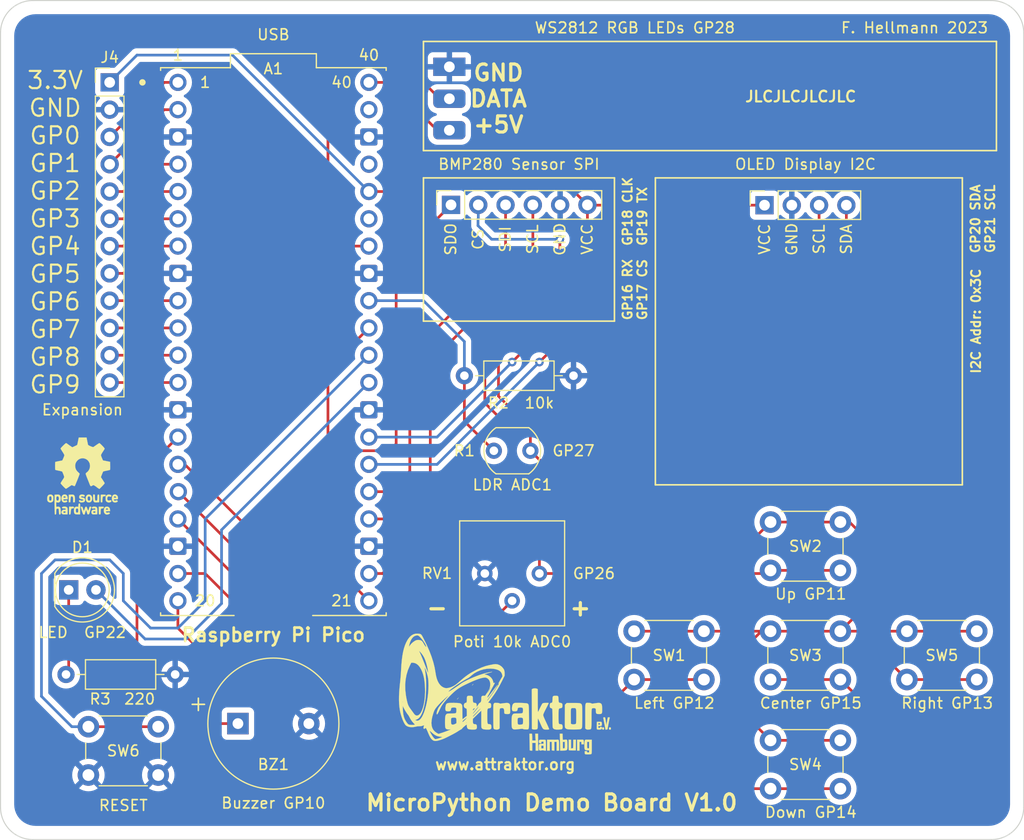
<source format=kicad_pcb>
(kicad_pcb (version 20221018) (generator pcbnew)
  (layers (0 "F.Cu" signal) (31 "B.Cu" signal) (34 "B.Paste" user) (35 "F.Paste" user) (36 "B.SilkS" user "B.Silkscreen") (37 "F.SilkS" user "F.Silkscreen") (38 "B.Mask" user) (39 "F.Mask" user) (44 "Edge.Cuts" user))
  (net 0 "")
  (net 1 "Net-(A1-GP0)")
  (net 2 "Net-(A1-GP1)")
  (net 3 "GND")
  (net 4 "Net-(A1-GP2)")
  (net 5 "Net-(A1-GP3)")
  (net 6 "Net-(A1-GP4)")
  (net 7 "Net-(A1-GP5)")
  (net 8 "Net-(A1-GP6)")
  (net 9 "Net-(A1-GP7)")
  (net 10 "Net-(A1-GP8)")
  (net 11 "Net-(A1-GP9)")
  (net 12 "Net-(A1-GP10)")
  (net 13 "/Up")
  (net 14 "/Left")
  (net 15 "/Right")
  (net 16 "/Down")
  (net 17 "/Center")
  (net 18 "/SPI RX")
  (net 19 "/SPI CLK")
  (net 20 "/SPI TX")
  (net 21 "/I2C SDA")
  (net 22 "/SPI CS")
  (net 23 "/I2C SCL")
  (net 24 "Net-(A1-GP22)")
  (net 25 "Net-(A1-RUN)")
  (net 26 "Net-(A1-GP26)")
  (net 27 "Net-(A1-GP27)")
  (net 28 "Net-(A1-GP28)")
  (net 29 "+3V3")
  (net 30 "+5V")
  (net 34 "Net-(D1-K)")
  (footprint "Logos:attraktor" (layer "F.Cu") (at 121.92 139.7)
    (fp_text reference "G***" hide)
    (fp_text value "LOGO" hide)
  )
  (footprint "Button_Switch_THT:SW_PUSH_6mm_H7.3mm" (layer "F.Cu") (at 146.61 133.64)
    (fp_text reference "SW3")
    (fp_text value "Center GP15" (at 3.75 6.7) (layer "F.SilkS"))
    (fp_text user "${REFERENCE}" (at 3.25 2.25) (layer "F.SilkS"))
    (pad "1" thru_hole circle (at 0 0 90) (size 2 2) (drill 1.1) (layers "*.Cu" "*.Mask") (net 29 "+3V3"))
    (pad "1" thru_hole circle (at 6.5 0 90) (size 2 2) (drill 1.1) (layers "*.Cu" "*.Mask") (net 29 "+3V3"))
    (pad "2" thru_hole circle (at 0 4.5 90) (size 2 2) (drill 1.1) (layers "*.Cu" "*.Mask") (net 17 "/Center"))
    (pad "2" thru_hole circle (at 6.5 4.5 90) (size 2 2) (drill 1.1) (layers "*.Cu" "*.Mask") (net 17 "/Center"))
  )
  (footprint "Connector_PinSocket_2.54mm:PinSocket_1x04_P2.54mm_Vertical" (layer "F.Cu") (at 146.05 93.98 90)
    (fp_text reference "J3")
    (fp_text value "OLED Display I2C" (at 3.81 3.81 180) (layer "F.SilkS"))
    (pad "1" thru_hole rect (at 0 0 90) (size 1.7 1.7) (drill 1) (layers "*.Cu" "*.Mask") (net 29 "+3V3"))
    (pad "2" thru_hole oval (at 0 2.54 90) (size 1.7 1.7) (drill 1) (layers "*.Cu" "*.Mask") (net 3 "GND"))
    (pad "3" thru_hole oval (at 0 5.08 90) (size 1.7 1.7) (drill 1) (layers "*.Cu" "*.Mask") (net 23 "/I2C SCL"))
    (pad "4" thru_hole oval (at 0 7.62 90) (size 1.7 1.7) (drill 1) (layers "*.Cu" "*.Mask") (net 21 "/I2C SDA"))
  )
  (footprint "Button_Switch_THT:SW_PUSH_6mm_H7.3mm" (layer "F.Cu") (at 89.61 147.03 180)
    (fp_text reference "SW6")
    (fp_text value "RESET" (at 3.25 -2.83 180) (layer "F.SilkS"))
    (fp_text user "${REFERENCE}" (at 3.25 2.25) (layer "F.SilkS"))
    (pad "1" thru_hole circle (at 0 0 270) (size 2 2) (drill 1.1) (layers "*.Cu" "*.Mask") (net 3 "GND"))
    (pad "1" thru_hole circle (at 6.5 0 270) (size 2 2) (drill 1.1) (layers "*.Cu" "*.Mask") (net 3 "GND"))
    (pad "2" thru_hole circle (at 0 4.5 270) (size 2 2) (drill 1.1) (layers "*.Cu" "*.Mask") (net 25 "Net-(A1-RUN)"))
    (pad "2" thru_hole circle (at 6.5 4.5 270) (size 2 2) (drill 1.1) (layers "*.Cu" "*.Mask") (net 25 "Net-(A1-RUN)"))
  )
  (footprint "Button_Switch_THT:SW_PUSH_6mm_H7.3mm" (layer "F.Cu") (at 133.91 133.64)
    (fp_text reference "SW1")
    (fp_text value "Left GP12" (at 3.75 6.7) (layer "F.SilkS"))
    (fp_text user "${REFERENCE}" (at 3.25 2.25) (layer "F.SilkS"))
    (pad "1" thru_hole circle (at 0 0 90) (size 2 2) (drill 1.1) (layers "*.Cu" "*.Mask") (net 29 "+3V3"))
    (pad "1" thru_hole circle (at 6.5 0 90) (size 2 2) (drill 1.1) (layers "*.Cu" "*.Mask") (net 29 "+3V3"))
    (pad "2" thru_hole circle (at 0 4.5 90) (size 2 2) (drill 1.1) (layers "*.Cu" "*.Mask") (net 14 "/Left"))
    (pad "2" thru_hole circle (at 6.5 4.5 90) (size 2 2) (drill 1.1) (layers "*.Cu" "*.Mask") (net 14 "/Left"))
  )
  (footprint "Potentiometer_THT:Potentiometer_Bourns_3386P_Vertical" (layer "F.Cu") (at 120.015 128.27 -90)
    (fp_text reference "RV1" (at -0.015 4.445) (layer "F.SilkS"))
    (fp_text value "Poti 10k ADC0" (at 6.35 -2.54) (layer "F.SilkS"))
    (pad "1" thru_hole circle (at 0 0 270) (size 1.44 1.44) (drill 0.8) (layers "*.Cu" "*.Mask") (net 3 "GND"))
    (pad "2" thru_hole circle (at 2.54 -2.54 270) (size 1.44 1.44) (drill 0.8) (layers "*.Cu" "*.Mask") (net 26 "Net-(A1-GP26)"))
    (pad "3" thru_hole circle (at 0 -5.08 270) (size 1.44 1.44) (drill 0.8) (layers "*.Cu" "*.Mask") (net 29 "+3V3"))
  )
  (footprint "Resistor_THT:R_Axial_DIN0207_L6.3mm_D2.5mm_P10.16mm_Horizontal" (layer "F.Cu") (at 118.11 109.855)
    (fp_text reference "R2" (at 3.175 2.54) (layer "F.SilkS"))
    (fp_text value "10k" (at 6.985 2.54) (layer "F.SilkS"))
    (pad "1" thru_hole circle (at 0 0) (size 1.6 1.6) (drill 0.8) (layers "*.Cu" "*.Mask") (net 27 "Net-(A1-GP27)"))
    (pad "2" thru_hole oval (at 10.16 0) (size 1.6 1.6) (drill 0.8) (layers "*.Cu" "*.Mask") (net 3 "GND"))
  )
  (footprint "OptoDevice:R_LDR_5.1x4.3mm_P3.4mm_Vertical" (layer "F.Cu") (at 124.255 116.84 180)
    (fp_text reference "R1" (at 6.145 0) (layer "F.SilkS"))
    (fp_text value "LDR ADC1" (at 1.675 -3.175) (layer "F.SilkS"))
    (pad "1" thru_hole circle (at 0 0 180) (size 1.5 1.5) (drill 0.8) (layers "*.Cu" "*.Mask") (net 29 "+3V3"))
    (pad "2" thru_hole circle (at 3.4 0 180) (size 1.5 1.5) (drill 0.8) (layers "*.Cu" "*.Mask") (net 27 "Net-(A1-GP27)"))
  )
  (footprint "Button_Switch_THT:SW_PUSH_6mm_H7.3mm" (layer "F.Cu") (at 159.31 133.64)
    (fp_text reference "SW5")
    (fp_text value "Right GP13" (at 3.75 6.7) (layer "F.SilkS"))
    (fp_text user "${REFERENCE}" (at 3.25 2.25) (layer "F.SilkS"))
    (pad "1" thru_hole circle (at 0 0 90) (size 2 2) (drill 1.1) (layers "*.Cu" "*.Mask") (net 29 "+3V3"))
    (pad "1" thru_hole circle (at 6.5 0 90) (size 2 2) (drill 1.1) (layers "*.Cu" "*.Mask") (net 29 "+3V3"))
    (pad "2" thru_hole circle (at 0 4.5 90) (size 2 2) (drill 1.1) (layers "*.Cu" "*.Mask") (net 15 "/Right"))
    (pad "2" thru_hole circle (at 6.5 4.5 90) (size 2 2) (drill 1.1) (layers "*.Cu" "*.Mask") (net 15 "/Right"))
  )
  (footprint "Buzzer_Beeper:Buzzer_12x9.5RM7.6" (layer "F.Cu") (at 96.53 142.24)
    (fp_text reference "BZ1" (at 3.8 3.81 180) (layer "F.SilkS"))
    (fp_text value "Buzzer GP10" (at 3.8 7.4) (layer "F.SilkS"))
    (fp_text user "+" (at -3.185 -1.905) (layer "F.SilkS") (effects (font (size 1.5 1.5))))
    (pad "1" thru_hole rect (at 0.5 0) (size 2 2) (drill 1) (layers "*.Cu" "*.Mask") (net 12 "Net-(A1-GP10)"))
    (pad "2" thru_hole circle (at 7.1 0) (size 2 2) (drill 1) (layers "*.Cu" "*.Mask") (net 3 "GND"))
  )
  (footprint "LED_THT:LED_D5.0mm" (layer "F.Cu") (at 81.275 129.794)
    (fp_text reference "D1" (at 1.27 -3.96) (layer "F.SilkS"))
    (fp_text value "LED  GP22" (at 1.27 3.96) (layer "F.SilkS"))
    (pad "1" thru_hole rect (at 0 0) (size 1.8 1.8) (drill 0.9) (layers "*.Cu" "*.Mask") (net 34 "Net-(D1-K)"))
    (pad "2" thru_hole circle (at 2.54 0) (size 1.8 1.8) (drill 0.9) (layers "*.Cu" "*.Mask") (net 24 "Net-(A1-GP22)"))
  )
  (footprint "Button_Switch_THT:SW_PUSH_6mm_H7.3mm" (layer "F.Cu") (at 146.61 143.8)
    (fp_text reference "SW4")
    (fp_text value "Down GP14" (at 3.75 6.7) (layer "F.SilkS"))
    (fp_text user "${REFERENCE}" (at 3.25 2.25) (layer "F.SilkS"))
    (pad "1" thru_hole circle (at 0 0 90) (size 2 2) (drill 1.1) (layers "*.Cu" "*.Mask") (net 29 "+3V3"))
    (pad "1" thru_hole circle (at 6.5 0 90) (size 2 2) (drill 1.1) (layers "*.Cu" "*.Mask") (net 29 "+3V3"))
    (pad "2" thru_hole circle (at 0 4.5 90) (size 2 2) (drill 1.1) (layers "*.Cu" "*.Mask") (net 16 "/Down"))
    (pad "2" thru_hole circle (at 6.5 4.5 90) (size 2 2) (drill 1.1) (layers "*.Cu" "*.Mask") (net 16 "/Down"))
  )
  (footprint "Connector_PinSocket_2.54mm:PinSocket_1x06_P2.54mm_Vertical" (layer "F.Cu") (at 116.865 93.955 90)
    (fp_text reference "J2")
    (fp_text value "BMP280 Sensor SPI" (at 3.785 6.325 180) (layer "F.SilkS"))
    (pad "1" thru_hole rect (at 0 0 90) (size 1.7 1.7) (drill 1) (layers "*.Cu" "*.Mask") (net 18 "/SPI RX"))
    (pad "2" thru_hole oval (at 0 2.54 90) (size 1.7 1.7) (drill 1) (layers "*.Cu" "*.Mask") (net 22 "/SPI CS"))
    (pad "3" thru_hole oval (at 0 5.08 90) (size 1.7 1.7) (drill 1) (layers "*.Cu" "*.Mask") (net 20 "/SPI TX"))
    (pad "4" thru_hole oval (at 0 7.62 90) (size 1.7 1.7) (drill 1) (layers "*.Cu" "*.Mask") (net 19 "/SPI CLK"))
    (pad "5" thru_hole oval (at 0 10.16 90) (size 1.7 1.7) (drill 1) (layers "*.Cu" "*.Mask") (net 3 "GND"))
    (pad "6" thru_hole oval (at 0 12.7 90) (size 1.7 1.7) (drill 1) (layers "*.Cu" "*.Mask") (net 29 "+3V3"))
  )
  (footprint "Connector_PinHeader_2.54mm:PinHeader_1x12_P2.54mm_Vertical" (layer "F.Cu") (at 85.09 82.55)
    (fp_text reference "J4" (at 0 -2.33) (layer "F.SilkS"))
    (fp_text value "Expansion" (at -2.54 30.48) (layer "F.SilkS"))
    (pad "1" thru_hole rect (at 0 0) (size 1.7 1.7) (drill 1) (layers "*.Cu" "*.Mask") (net 29 "+3V3"))
    (pad "2" thru_hole oval (at 0 2.54) (size 1.7 1.7) (drill 1) (layers "*.Cu" "*.Mask") (net 3 "GND"))
    (pad "3" thru_hole oval (at 0 5.08) (size 1.7 1.7) (drill 1) (layers "*.Cu" "*.Mask") (net 1 "Net-(A1-GP0)"))
    (pad "4" thru_hole oval (at 0 7.62) (size 1.7 1.7) (drill 1) (layers "*.Cu" "*.Mask") (net 2 "Net-(A1-GP1)"))
    (pad "5" thru_hole oval (at 0 10.16) (size 1.7 1.7) (drill 1) (layers "*.Cu" "*.Mask") (net 4 "Net-(A1-GP2)"))
    (pad "6" thru_hole oval (at 0 12.7) (size 1.7 1.7) (drill 1) (layers "*.Cu" "*.Mask") (net 5 "Net-(A1-GP3)"))
    (pad "7" thru_hole oval (at 0 15.24) (size 1.7 1.7) (drill 1) (layers "*.Cu" "*.Mask") (net 6 "Net-(A1-GP4)"))
    (pad "8" thru_hole oval (at 0 17.78) (size 1.7 1.7) (drill 1) (layers "*.Cu" "*.Mask") (net 7 "Net-(A1-GP5)"))
    (pad "9" thru_hole oval (at 0 20.32) (size 1.7 1.7) (drill 1) (layers "*.Cu" "*.Mask") (net 8 "Net-(A1-GP6)"))
    (pad "10" thru_hole oval (at 0 22.86) (size 1.7 1.7) (drill 1) (layers "*.Cu" "*.Mask") (net 9 "Net-(A1-GP7)"))
    (pad "11" thru_hole oval (at 0 25.4) (size 1.7 1.7) (drill 1) (layers "*.Cu" "*.Mask") (net 10 "Net-(A1-GP8)"))
    (pad "12" thru_hole oval (at 0 27.94) (size 1.7 1.7) (drill 1) (layers "*.Cu" "*.Mask") (net 11 "Net-(A1-GP9)"))
  )
  (footprint "footprints:Raspberry_Pi_Pico_W_SC0918" (layer "F.Cu") (at 100.33 106.68)
    (fp_text reference "A1" (at 0 -25.4) (layer "F.SilkS"))
    (fp_text value "Raspberry Pi Pico" (at 0 27.305) (layer "F.SilkS") (effects (font (size 1.25 1.25) (thickness 0.25))))
    (pad "1" thru_hole circle (at -8.89 -24.13) (size 1.6 1.6) (drill 1) (layers "*.Cu" "*.Mask") (net 1 "Net-(A1-GP0)"))
    (pad "2" thru_hole circle (at -8.89 -21.59) (size 1.6 1.6) (drill 1) (layers "*.Cu" "*.Mask") (net 2 "Net-(A1-GP1)"))
    (pad "3" thru_hole roundrect (at -8.89 -19.05) (size 1.6 1.6) (drill 1) (layers "*.Cu" "*.Mask") (roundrect_rratio 0.125) (net 3 "GND"))
    (pad "4" thru_hole circle (at -8.89 -16.51) (size 1.6 1.6) (drill 1) (layers "*.Cu" "*.Mask") (net 4 "Net-(A1-GP2)"))
    (pad "5" thru_hole circle (at -8.89 -13.97) (size 1.6 1.6) (drill 1) (layers "*.Cu" "*.Mask") (net 5 "Net-(A1-GP3)"))
    (pad "6" thru_hole circle (at -8.89 -11.43) (size 1.6 1.6) (drill 1) (layers "*.Cu" "*.Mask") (net 6 "Net-(A1-GP4)"))
    (pad "7" thru_hole circle (at -8.89 -8.89) (size 1.6 1.6) (drill 1) (layers "*.Cu" "*.Mask") (net 7 "Net-(A1-GP5)"))
    (pad "8" thru_hole roundrect (at -8.89 -6.35) (size 1.6 1.6) (drill 1) (layers "*.Cu" "*.Mask") (roundrect_rratio 0.125) (net 3 "GND"))
    (pad "9" thru_hole circle (at -8.89 -3.81) (size 1.6 1.6) (drill 1) (layers "*.Cu" "*.Mask") (net 8 "Net-(A1-GP6)"))
    (pad "10" thru_hole circle (at -8.89 -1.27) (size 1.6 1.6) (drill 1) (layers "*.Cu" "*.Mask") (net 9 "Net-(A1-GP7)"))
    (pad "11" thru_hole circle (at -8.89 1.27) (size 1.6 1.6) (drill 1) (layers "*.Cu" "*.Mask") (net 10 "Net-(A1-GP8)"))
    (pad "12" thru_hole circle (at -8.89 3.81) (size 1.6 1.6) (drill 1) (layers "*.Cu" "*.Mask") (net 11 "Net-(A1-GP9)"))
    (pad "13" thru_hole roundrect (at -8.89 6.35) (size 1.6 1.6) (drill 1) (layers "*.Cu" "*.Mask") (roundrect_rratio 0.125) (net 3 "GND"))
    (pad "14" thru_hole circle (at -8.89 8.89) (size 1.6 1.6) (drill 1) (layers "*.Cu" "*.Mask") (net 12 "Net-(A1-GP10)"))
    (pad "15" thru_hole circle (at -8.89 11.43) (size 1.6 1.6) (drill 1) (layers "*.Cu" "*.Mask") (net 13 "/Up"))
    (pad "16" thru_hole circle (at -8.848119 13.97) (size 1.6 1.6) (drill 1) (layers "*.Cu" "*.Mask") (net 14 "/Left"))
    (pad "17" thru_hole circle (at -8.89 16.51) (size 1.6 1.6) (drill 1) (layers "*.Cu" "*.Mask") (net 15 "/Right"))
    (pad "18" thru_hole roundrect (at -8.89 19.05) (size 1.6 1.6) (drill 1) (layers "*.Cu" "*.Mask") (roundrect_rratio 0.125) (net 3 "GND"))
    (pad "19" thru_hole circle (at -8.89 21.59) (size 1.6 1.6) (drill 1) (layers "*.Cu" "*.Mask") (net 16 "/Down"))
    (pad "20" thru_hole circle (at -8.89 24.13) (size 1.6 1.6) (drill 1) (layers "*.Cu" "*.Mask") (net 17 "/Center"))
    (pad "21" thru_hole circle (at 8.89 24.13) (size 1.6 1.6) (drill 1) (layers "*.Cu" "*.Mask") (net 18 "/SPI RX"))
    (pad "22" thru_hole circle (at 8.89 21.59) (size 1.6 1.6) (drill 1) (layers "*.Cu" "*.Mask") (net 22 "/SPI CS"))
    (pad "23" thru_hole roundrect (at 8.89 19.05) (size 1.6 1.6) (drill 1) (layers "*.Cu" "*.Mask") (roundrect_rratio 0.125) (net 3 "GND"))
    (pad "24" thru_hole circle (at 8.89 16.51) (size 1.6 1.6) (drill 1) (layers "*.Cu" "*.Mask") (net 19 "/SPI CLK"))
    (pad "25" thru_hole circle (at 8.89 13.97) (size 1.6 1.6) (drill 1) (layers "*.Cu" "*.Mask") (net 20 "/SPI TX"))
    (pad "26" thru_hole circle (at 8.89 11.43) (size 1.6 1.6) (drill 1) (layers "*.Cu" "*.Mask") (net 21 "/I2C SDA"))
    (pad "27" thru_hole circle (at 8.89 8.89) (size 1.6 1.6) (drill 1) (layers "*.Cu" "*.Mask") (net 23 "/I2C SCL"))
    (pad "28" thru_hole roundrect (at 8.89 6.35) (size 1.6 1.6) (drill 1) (layers "*.Cu" "*.Mask") (roundrect_rratio 0.125) (net 3 "GND"))
    (pad "29" thru_hole circle (at 8.89 3.81) (size 1.6 1.6) (drill 1) (layers "*.Cu" "*.Mask") (net 24 "Net-(A1-GP22)"))
    (pad "30" thru_hole circle (at 8.89 1.27) (size 1.6 1.6) (drill 1) (layers "*.Cu" "*.Mask") (net 25 "Net-(A1-RUN)"))
    (pad "31" thru_hole circle (at 8.89 -1.27) (size 1.6 1.6) (drill 1) (layers "*.Cu" "*.Mask") (net 26 "Net-(A1-GP26)"))
    (pad "32" thru_hole circle (at 8.89 -3.81) (size 1.6 1.6) (drill 1) (layers "*.Cu" "*.Mask") (net 27 "Net-(A1-GP27)"))
    (pad "33" thru_hole roundrect (at 8.89 -6.35) (size 1.6 1.6) (drill 1) (layers "*.Cu" "*.Mask") (roundrect_rratio 0.125) (net 3 "GND"))
    (pad "34" thru_hole circle (at 8.89 -8.89) (size 1.6 1.6) (drill 1) (layers "*.Cu" "*.Mask") (net 28 "Net-(A1-GP28)"))
    (pad "35" thru_hole circle (at 8.89 -11.43) (size 1.6 1.6) (drill 1) (layers "*.Cu" "*.Mask"))
    (pad "36" thru_hole circle (at 8.89 -13.97) (size 1.6 1.6) (drill 1) (layers "*.Cu" "*.Mask") (net 29 "+3V3"))
    (pad "37" thru_hole circle (at 8.89 -16.51) (size 1.6 1.6) (drill 1) (layers "*.Cu" "*.Mask"))
    (pad "38" thru_hole roundrect (at 8.89 -19.05) (size 1.6 1.6) (drill 1) (layers "*.Cu" "*.Mask") (roundrect_rratio 0.125) (net 3 "GND"))
    (pad "39" thru_hole circle (at 8.89 -21.59) (size 1.6 1.6) (drill 1) (layers "*.Cu" "*.Mask"))
    (pad "40" thru_hole circle (at 8.89 -24.13) (size 1.6 1.6) (drill 1) (layers "*.Cu" "*.Mask") (net 30 "+5V"))
  )
  (footprint "Connector_PinHeader_2.54mm:PinHeader_1x03_P2.54mm_Vertical" (layer "F.Cu") (at 116.713 81.534)
    (fp_text reference "J1")
    (fp_text value "WS2812 RGB LEDs GP28" (at 17.272 -4.064) (layer "F.SilkS"))
    (pad "1" thru_hole rect (at 0 -0.434) (size 3 1.7) (drill 1) (layers "*.Cu" "*.Mask") (net 3 "GND"))
    (pad "2" thru_hole roundrect (at 0 2.54) (size 3 1.7) (drill 1) (layers "*.Cu" "*.Mask") (net 28 "Net-(A1-GP28)"))
    (pad "3" thru_hole roundrect (at 0 5.466) (size 3 1.7) (drill 1) (layers "*.Cu" "*.Mask") (net 30 "+5V"))
  )
  (footprint "Resistor_THT:R_Axial_DIN0207_L6.3mm_D2.5mm_P10.16mm_Horizontal" (layer "F.Cu") (at 81.026 137.668)
    (fp_text reference "R3" (at 3.175 2.286) (layer "F.SilkS"))
    (fp_text value "220" (at 6.858 2.286) (layer "F.SilkS"))
    (pad "1" thru_hole circle (at 0 0) (size 1.6 1.6) (drill 0.8) (layers "*.Cu" "*.Mask") (net 34 "Net-(D1-K)"))
    (pad "2" thru_hole oval (at 10.16 0) (size 1.6 1.6) (drill 0.8) (layers "*.Cu" "*.Mask") (net 3 "GND"))
  )
  (footprint "Button_Switch_THT:SW_PUSH_6mm_H7.3mm" (layer "F.Cu") (at 146.61 123.48)
    (fp_text reference "SW2")
    (fp_text value "Up GP11" (at 3.75 6.7) (layer "F.SilkS"))
    (fp_text user "${REFERENCE}" (at 3.25 2.25) (layer "F.SilkS"))
    (pad "1" thru_hole circle (at 0 0 90) (size 2 2) (drill 1.1) (layers "*.Cu" "*.Mask") (net 29 "+3V3"))
    (pad "1" thru_hole circle (at 6.5 0 90) (size 2 2) (drill 1.1) (layers "*.Cu" "*.Mask") (net 29 "+3V3"))
    (pad "2" thru_hole circle (at 0 4.5 90) (size 2 2) (drill 1.1) (layers "*.Cu" "*.Mask") (net 13 "/Up"))
    (pad "2" thru_hole circle (at 6.5 4.5 90) (size 2 2) (drill 1.1) (layers "*.Cu" "*.Mask") (net 13 "/Up"))
  )
  (footprint "Logos:osh_logo" (layer "F.Cu") (at 82.55 119.38)
    (fp_text reference "G***" hide)
    (fp_text value "LOGO" hide)
  )
  (gr_line (start 135.89 120.015) (end 135.89 91.44) (stroke (width 0.15)) (layer "F.SilkS"))
  (gr_line (start 167.64 88.9) (end 114.3 88.9) (stroke (width 0.15)) (layer "F.SilkS"))
  (gr_line (start 114.3 91.44) (end 114.3 104.775) (stroke (width 0.15)) (layer "F.SilkS"))
  (gr_line (start 114.3 88.9) (end 114.3 78.74) (stroke (width 0.15)) (layer "F.SilkS"))
  (gr_line (start 132.08 91.44) (end 114.3 91.44) (stroke (width 0.15)) (layer "F.SilkS"))
  (gr_line (start 167.64 78.74) (end 167.64 88.9) (stroke (width 0.15)) (layer "F.SilkS"))
  (gr_line (start 164.465 91.44) (end 164.465 120.015) (stroke (width 0.15)) (layer "F.SilkS"))
  (gr_line (start 164.465 120.015) (end 135.89 120.015) (stroke (width 0.15)) (layer "F.SilkS"))
  (gr_line (start 132.08 104.775) (end 132.08 91.44) (stroke (width 0.15)) (layer "F.SilkS"))
  (gr_line (start 135.89 91.44) (end 164.465 91.44) (stroke (width 0.15)) (layer "F.SilkS"))
  (gr_line (start 114.3 78.74) (end 167.64 78.74) (stroke (width 0.15)) (layer "F.SilkS"))
  (gr_line (start 114.3 104.775) (end 132.08 104.775) (stroke (width 0.15)) (layer "F.SilkS"))
  (gr_line (start 170.18 77.93) (end 170.18 150.035) (stroke (width 0.1)) (layer "Edge.Cuts"))
  (gr_line (start 167.18 153.035) (end 77.93 153.035) (stroke (width 0.1)) (layer "Edge.Cuts"))
  (gr_arc (start 167.18 74.93) (mid 169.30132 75.80868) (end 170.18 77.93) (stroke (width 0.1)) (layer "Edge.Cuts"))
  (gr_arc (start 77.93 153.035) (mid 75.80868 152.15632) (end 74.93 150.035) (stroke (width 0.1)) (layer "Edge.Cuts"))
  (gr_arc (start 170.18 150.035) (mid 169.30132 152.15632) (end 167.18 153.035) (stroke (width 0.1)) (layer "Edge.Cuts"))
  (gr_arc (start 74.93 77.93) (mid 75.80868 75.80868) (end 77.93 74.93) (stroke (width 0.1)) (layer "Edge.Cuts"))
  (gr_line (start 77.93 74.93) (end 167.18 74.93) (stroke (width 0.1)) (layer "Edge.Cuts"))
  (gr_line (start 74.93 150.035) (end 74.93 77.93) (stroke (width 0.1)) (layer "Edge.Cuts"))
  (gr_text "40" (at 109.22 80.01) (layer "F.SilkS") (effects (font (size 1 1))))
  (gr_text "40" (at 106.68 82.55) (layer "F.SilkS") (effects (font (size 1 1))))
  (gr_text "GP26" (at 130.175 128.27) (layer "F.SilkS") (effects (font (size 1 1))))
  (gr_text "1" (at 93.98 82.55) (layer "F.SilkS") (effects (font (size 1 1))))
  (gr_text "1" (at 91.44 80.01) (layer "F.SilkS") (effects (font (size 1 1))))
  (gr_text "21" (at 106.68 130.81) (layer "F.SilkS") (effects (font (size 1 1))))
  (gr_text "F. Hellmann 2023" (at 160.02 77.47) (layer "F.SilkS") (effects (font (size 1 1))))
  (gr_text "VCC" (at 129.54 97.155 90) (layer "F.SilkS") (effects (font (size 1 1))))
  (gr_text "SCL" (at 151.13 97.155 90) (layer "F.SilkS") (effects (font (size 1 1))))
  (gr_text "MicroPython Demo Board V1.0" (at 126.238 149.606) (layer "F.SilkS") (effects (font (size 1.5 1.5) (thickness 0.3))))
  (gr_text "GND" (at 148.59 97.155 90) (layer "F.SilkS") (effects (font (size 1 1))))
  (gr_text "SDO" (at 116.84 97.155 90) (layer "F.SilkS") (effects (font (size 1 1))))
  (gr_text "GP27" (at 128.27 116.84) (layer "F.SilkS") (effects (font (size 1 1))))
  (gr_text "CS" (at 119.38 97.155 90) (layer "F.SilkS") (effects (font (size 1 1))))
  (gr_text "GND" (at 127 97.155 90) (layer "F.SilkS") (effects (font (size 1 1))))
  (gr_text "SCL" (at 124.46 97.155 90) (layer "F.SilkS") (effects (font (size 1 1))))
  (gr_text "GP16 RX  GP18 CLK\nGP17 CS  GP19 TX\n" (at 133.985 104.775 90) (layer "F.SilkS") (effects (font (size 0.85 0.85) (thickness 0.18)) (justify left)))
  (gr_text "I2C Addr: 0x3C" (at 165.735 104.775 90) (layer "F.SilkS") (effects (font (size 0.85 0.85) (thickness 0.18))))
  (gr_text "www.attraktor.org" (at 121.92 146.05) (layer "F.SilkS") (effects (font (size 1 1) (thickness 0.2) bold)))
  (gr_text "USB" (at 100.33 78.105) (layer "F.SilkS") (effects (font (size 1 1))))
  (gr_text "VCC" (at 146.05 97.155 90) (layer "F.SilkS") (effects (font (size 1 1))))
  (gr_text "SDI" (at 121.92 97.155 90) (layer "F.SilkS") (effects (font (size 1 1))))
  (gr_text "3.3V\nGND\nGP0\nGP1\nGP2\nGP3\nGP4\nGP5\nGP6\nGP7\nGP8\nGP9" (at 80.01 96.52) (layer "F.SilkS") (effects (font (size 1.6 1.6) (thickness 0.2))))
  (gr_text "JLCJLCJLCJLC" (at 144.145 84.455) (layer "F.SilkS") (effects (font (size 1 1) (thickness 0.2) bold) (justify left bottom)))
  (gr_text "-" (at 115.57 131.445) (layer "F.SilkS") (effects (font (size 1.5 1.5) (thickness 0.3) bold)))
  (gr_text "GND\nDATA\n+5V" (at 121.285 84.074) (layer "F.SilkS") (effects (font (size 1.5 1.5) (thickness 0.3))))
  (gr_text "+" (at 128.905 131.445) (layer "F.SilkS") (effects (font (size 1.5 1.5) (thickness 0.3) bold)))
  (gr_text "GP20 SDA\nGP21 SCL" (at 166.37 95.25 90) (layer "F.SilkS") (effects (font (size 0.85 0.85) (thickness 0.18))))
  (gr_text "20" (at 93.98 130.81) (layer "F.SilkS") (effects (font (size 1 1))))
  (gr_text "SDA" (at 153.67 97.155 90) (layer "F.SilkS") (effects (font (size 1 1))))
  (segment (start 85.09 87.63) (end 90.17 82.55) (width 0.25) (layer "F.Cu") (net 1))
  (segment (start 90.17 82.55) (end 91.44 82.55) (width 0.25) (layer "F.Cu") (net 1))
  (segment (start 90.17 85.09) (end 91.44 85.09) (width 0.25) (layer "F.Cu") (net 2))
  (segment (start 85.09 90.17) (end 90.17 85.09) (width 0.25) (layer "F.Cu") (net 2))
  (segment (start 88.9 90.17) (end 91.44 90.17) (width 0.25) (layer "F.Cu") (net 4))
  (segment (start 86.36 92.71) (end 88.9 90.17) (width 0.25) (layer "F.Cu") (net 4))
  (segment (start 85.09 92.71) (end 86.36 92.71) (width 0.25) (layer "F.Cu") (net 4))
  (segment (start 85.09 95.25) (end 86.36 95.25) (width 0.25) (layer "F.Cu") (net 5))
  (segment (start 86.36 95.25) (end 88.9 92.71) (width 0.25) (layer "F.Cu") (net 5))
  (segment (start 88.9 92.71) (end 91.44 92.71) (width 0.25) (layer "F.Cu") (net 5))
  (segment (start 86.36 97.79) (end 88.9 95.25) (width 0.25) (layer "F.Cu") (net 6))
  (segment (start 85.09 97.79) (end 86.36 97.79) (width 0.25) (layer "F.Cu") (net 6))
  (segment (start 88.9 95.25) (end 91.44 95.25) (width 0.25) (layer "F.Cu") (net 6))
  (segment (start 85.09 100.33) (end 86.36 100.33) (width 0.25) (layer "F.Cu") (net 7))
  (segment (start 88.9 97.79) (end 91.44 97.79) (width 0.25) (layer "F.Cu") (net 7))
  (segment (start 86.36 100.33) (end 88.9 97.79) (width 0.25) (layer "F.Cu") (net 7))
  (segment (start 85.09 102.87) (end 91.44 102.87) (width 0.25) (layer "F.Cu") (net 8))
  (segment (start 85.09 105.41) (end 91.44 105.41) (width 0.25) (layer "F.Cu") (net 9))
  (segment (start 85.09 107.95) (end 91.44 107.95) (width 0.25) (layer "F.Cu") (net 10))
  (segment (start 85.09 110.49) (end 91.44 110.49) (width 0.25) (layer "F.Cu") (net 11))
  (segment (start 87.63 137.16) (end 87.63 119.38) (width 0.25) (layer "F.Cu") (net 12))
  (segment (start 87.63 119.38) (end 91.44 115.57) (width 0.25) (layer "F.Cu") (net 12))
  (segment (start 92.71 142.24) (end 87.63 137.16) (width 0.25) (layer "F.Cu") (net 12))
  (segment (start 97.03 142.24) (end 92.71 142.24) (width 0.25) (layer "F.Cu") (net 12))
  (segment (start 146.61 127.98) (end 153.11 127.98) (width 0.25) (layer "F.Cu") (net 13))
  (segment (start 134.62 128.27) (end 146.32 128.27) (width 0.25) (layer "F.Cu") (net 13))
  (segment (start 92.71 118.745717) (end 111.124283 137.16) (width 0.25) (layer "F.Cu") (net 13))
  (segment (start 92.71 118.745) (end 92.075 118.11) (width 0.25) (layer "F.Cu") (net 13))
  (segment (start 92.075 118.11) (end 91.44 118.11) (width 0.25) (layer "F.Cu") (net 13))
  (segment (start 146.32 128.27) (end 146.61 127.98) (width 0.25) (layer "F.Cu") (net 13))
  (segment (start 92.71 118.745717) (end 92.71 118.745) (width 0.25) (layer "F.Cu") (net 13))
  (segment (start 111.124283 137.16) (end 125.73 137.16) (width 0.25) (layer "F.Cu") (net 13))
  (segment (start 125.73 137.16) (end 134.62 128.27) (width 0.25) (layer "F.Cu") (net 13))
  (segment (start 140.41 138.14) (end 133.91 138.14) (width 0.25) (layer "F.Cu") (net 14))
  (segment (start 110.531881 139.7) (end 91.481881 120.65) (width 0.25) (layer "F.Cu") (net 14))
  (segment (start 132.35 139.7) (end 110.531881 139.7) (width 0.25) (layer "F.Cu") (net 14))
  (segment (start 133.91 138.14) (end 132.35 139.7) (width 0.25) (layer "F.Cu") (net 14))
  (segment (start 119.38 146.05) (end 114.3 146.05) (width 0.25) (layer "F.Cu") (net 15))
  (segment (start 153.67 146.05) (end 154.94 144.78) (width 0.25) (layer "F.Cu") (net 15))
  (segment (start 159.31 138.14) (end 165.81 138.14) (width 0.25) (layer "F.Cu") (net 15))
  (segment (start 144.78 139.7) (end 144.78 137.16) (width 0.25) (layer "F.Cu") (net 15))
  (segment (start 144.78 137.16) (end 146.05 135.89) (width 0.25) (layer "F.Cu") (net 15))
  (segment (start 153.67 140.97) (end 146.05 140.97) (width 0.25) (layer "F.Cu") (net 15))
  (segment (start 146.05 140.97) (end 144.78 139.7) (width 0.25) (layer "F.Cu") (net 15))
  (segment (start 119.38 146.05) (end 153.67 146.05) (width 0.25) (layer "F.Cu") (net 15))
  (segment (start 114.3 146.05) (end 91.44 123.19) (width 0.25) (layer "F.Cu") (net 15))
  (segment (start 154.94 144.78) (end 154.94 142.24) (width 0.25) (layer "F.Cu") (net 15))
  (segment (start 157.06 135.89) (end 159.31 138.14) (width 0.25) (layer "F.Cu") (net 15))
  (segment (start 154.94 142.24) (end 153.67 140.97) (width 0.25) (layer "F.Cu") (net 15))
  (segment (start 146.05 135.89) (end 157.06 135.89) (width 0.25) (layer "F.Cu") (net 15))
  (segment (start 146.61 148.3) (end 153.11 148.3) (width 0.25) (layer "F.Cu") (net 16))
  (segment (start 114.01 148.3) (end 146.61 148.3) (width 0.25) (layer "F.Cu") (net 16))
  (segment (start 91.44 128.27) (end 93.98 128.27) (width 0.25) (layer "F.Cu") (net 16))
  (segment (start 93.98 128.27) (end 114.01 148.3) (width 0.25) (layer "F.Cu") (net 16))
  (segment (start 118.11 151.13) (end 153.67 151.13) (width 0.25) (layer "F.Cu") (net 17))
  (segment (start 109.22 151.13) (end 118.11 151.13) (width 0.25) (layer "F.Cu") (net 17))
  (segment (start 146.61 138.14) (end 153.11 138.14) (width 0.25) (layer "F.Cu") (net 17))
  (segment (start 91.44 133.35) (end 109.22 151.13) (width 0.25) (layer "F.Cu") (net 17))
  (segment (start 156.21 141.24) (end 153.11 138.14) (width 0.25) (layer "F.Cu") (net 17))
  (segment (start 156.21 148.59) (end 156.21 141.24) (width 0.25) (layer "F.Cu") (net 17))
  (segment (start 153.67 151.13) (end 156.21 148.59) (width 0.25) (layer "F.Cu") (net 17))
  (segment (start 91.44 130.81) (end 91.44 133.35) (width 0.25) (layer "F.Cu") (net 17))
  (segment (start 107.315 128.905) (end 107.315 117.475) (width 0.25) (layer "F.Cu") (net 18))
  (segment (start 107.95 116.84) (end 111.125 116.84) (width 0.25) (layer "F.Cu") (net 18))
  (segment (start 111.76 116.205) (end 111.76 99.06) (width 0.25) (layer "F.Cu") (net 18))
  (segment (start 107.315 117.475) (end 107.95 116.84) (width 0.25) (layer "F.Cu") (net 18))
  (segment (start 111.76 99.06) (end 116.865 93.955) (width 0.25) (layer "F.Cu") (net 18))
  (segment (start 111.125 116.84) (end 111.76 116.205) (width 0.25) (layer "F.Cu") (net 18))
  (segment (start 109.22 130.81) (end 107.315 128.905) (width 0.25) (layer "F.Cu") (net 18))
  (segment (start 114.935 120.015) (end 114.935 108.585) (width 0.25) (layer "F.Cu") (net 19))
  (segment (start 124.46 98.425) (end 124.485 98.4) (width 0.25) (layer "F.Cu") (net 19))
  (segment (start 109.22 123.19) (end 111.76 123.19) (width 0.25) (layer "F.Cu") (net 19))
  (segment (start 124.46 99.06) (end 124.46 98.425) (width 0.25) (layer "F.Cu") (net 19))
  (segment (start 111.76 123.19) (end 114.935 120.015) (width 0.25) (layer "F.Cu") (net 19))
  (segment (start 114.935 108.585) (end 124.46 99.06) (width 0.25) (layer "F.Cu") (net 19))
  (segment (start 124.485 98.4) (end 124.485 93.955) (width 0.25) (layer "F.Cu") (net 19))
  (segment (start 121.945 99.035) (end 121.945 93.955) (width 0.25) (layer "F.Cu") (net 20))
  (segment (start 113.03 118.745) (end 113.03 107.95) (width 0.25) (layer "F.Cu") (net 20))
  (segment (start 111.125 120.65) (end 113.03 118.745) (width 0.25) (layer "F.Cu") (net 20))
  (segment (start 109.22 120.65) (end 111.125 120.65) (width 0.25) (layer "F.Cu") (net 20))
  (segment (start 113.03 107.95) (end 121.945 99.035) (width 0.25) (layer "F.Cu") (net 20))
  (segment (start 153.67 97.79) (end 153.67 93.98) (width 0.25) (layer "F.Cu") (net 21))
  (segment (start 151.13 100.33) (end 153.67 97.79) (width 0.25) (layer "F.Cu") (net 21))
  (segment (start 133.35 100.33) (end 151.13 100.33) (width 0.25) (layer "F.Cu") (net 21))
  (segment (start 125.095 108.585) (end 133.35 100.33) (width 0.25) (layer "F.Cu") (net 21))
  (via (at 125.095 108.585) (size 0.8) (drill 0.4) (layers "F.Cu" "B.Cu") (net 21))
  (segment (start 109.22 118.11) (end 115.57 118.11) (width 0.25) (layer "B.Cu") (net 21))
  (segment (start 115.57 118.11) (end 125.095 108.585) (width 0.25) (layer "B.Cu") (net 21))
  (segment (start 118.745 120.015) (end 121.285 120.015) (width 0.25) (layer "F.Cu") (net 22))
  (segment (start 109.22 128.27) (end 110.49 128.27) (width 0.25) (layer "F.Cu") (net 22))
  (segment (start 121.285 120.015) (end 122.555 118.745) (width 0.25) (layer "F.Cu") (net 22))
  (segment (start 122.555 114.935) (end 120.015 112.395) (width 0.25) (layer "F.Cu") (net 22))
  (segment (start 127 99.06) (end 127 97.155) (width 0.25) (layer "F.Cu") (net 22))
  (segment (start 120.015 112.395) (end 120.015 106.045) (width 0.25) (layer "F.Cu") (net 22))
  (segment (start 122.555 118.745) (end 122.555 114.935) (width 0.25) (layer "F.Cu") (net 22))
  (segment (start 120.015 106.045) (end 127 99.06) (width 0.25) (layer "F.Cu") (net 22))
  (segment (start 110.49 128.27) (end 118.745 120.015) (width 0.25) (layer "F.Cu") (net 22))
  (via (at 127 97.155) (size 0.8) (drill 0.4) (layers "F.Cu" "B.Cu") (net 22))
  (segment (start 127 97.155) (end 120.65 97.155) (width 0.25) (layer "B.Cu") (net 22))
  (segment (start 119.405 93.955) (end 119.405 95.225) (width 0.25) (layer "B.Cu") (net 22))
  (segment (start 119.38 95.25) (end 119.38 95.885) (width 0.25) (layer "B.Cu") (net 22))
  (segment (start 120.65 97.155) (end 119.38 95.885) (width 0.25) (layer "B.Cu") (net 22))
  (segment (start 119.405 95.225) (end 119.38 95.25) (width 0.25) (layer "B.Cu") (net 22))
  (segment (start 122.555 108.585) (end 132.715 98.425) (width 0.25) (layer "F.Cu") (net 23))
  (segment (start 132.715 98.425) (end 149.86 98.425) (width 0.25) (layer "F.Cu") (net 23))
  (segment (start 151.13 97.155) (end 151.13 93.98) (width 0.25) (layer "F.Cu") (net 23))
  (segment (start 149.86 98.425) (end 151.13 97.155) (width 0.25) (layer "F.Cu") (net 23))
  (via (at 122.555 108.585) (size 0.8) (drill 0.4) (layers "F.Cu" "B.Cu") (net 23))
  (segment (start 115.57 115.57) (end 122.555 108.585) (width 0.25) (layer "B.Cu") (net 23))
  (segment (start 109.22 115.57) (end 115.57 115.57) (width 0.25) (layer "B.Cu") (net 23))
  (segment (start 88.387 134.366) (end 83.815 129.794) (width 0.25) (layer "B.Cu") (net 24))
  (segment (start 92.202 134.366) (end 88.387 134.366) (width 0.25) (layer "B.Cu") (net 24))
  (segment (start 95.504 124.206) (end 95.504 131.064) (width 0.25) (layer "B.Cu") (net 24))
  (segment (start 95.504 131.064) (end 92.202 134.366) (width 0.25) (layer "B.Cu") (net 24))
  (segment (start 109.22 110.49) (end 95.504 124.206) (width 0.25) (layer "B.Cu") (net 24))
  (segment (start 83.11 142.53) (end 89.61 142.53) (width 0.25) (layer "F.Cu") (net 25))
  (segment (start 81.57 142.53) (end 83.11 142.53) (width 0.25) (layer "B.Cu") (net 25))
  (segment (start 93.98 130.81) (end 91.44 133.35) (width 0.25) (layer "B.Cu") (net 25))
  (segment (start 93.98 123.19) (end 93.98 130.81) (width 0.25) (layer "B.Cu") (net 25))
  (segment (start 78.74 128.27) (end 78.74 139.7) (width 0.25) (layer "B.Cu") (net 25))
  (segment (start 80.01 127) (end 78.74 128.27) (width 0.25) (layer "B.Cu") (net 25))
  (segment (start 85.09 127) (end 80.01 127) (width 0.25) (layer "B.Cu") (net 25))
  (segment (start 88.9 133.35) (end 86.36 130.81) (width 0.25) (layer "B.Cu") (net 25))
  (segment (start 91.44 133.35) (end 88.9 133.35) (width 0.25) (layer "B.Cu") (net 25))
  (segment (start 86.36 128.27) (end 85.09 127) (width 0.25) (layer "B.Cu") (net 25))
  (segment (start 78.74 139.7) (end 81.57 142.53) (width 0.25) (layer "B.Cu") (net 25))
  (segment (start 86.36 130.81) (end 86.36 128.27) (width 0.25) (layer "B.Cu") (net 25))
  (segment (start 109.22 107.95) (end 93.98 123.19) (width 0.25) (layer "B.Cu") (net 25))
  (segment (start 120.65 132.715) (end 122.555 130.81) (width 0.25) (layer "F.Cu") (net 26))
  (segment (start 105.41 109.22) (end 105.41 129.54) (width 0.25) (layer "F.Cu") (net 26))
  (segment (start 108.585 132.715) (end 120.65 132.715) (width 0.25) (layer "F.Cu") (net 26))
  (segment (start 105.41 129.54) (end 108.585 132.715) (width 0.25) (layer "F.Cu") (net 26))
  (segment (start 109.22 105.41) (end 105.41 109.22) (width 0.25) (layer "F.Cu") (net 26))
  (segment (start 118.11 109.855) (end 118.11 114.095) (width 0.25) (layer "F.Cu") (net 27))
  (segment (start 118.11 114.095) (end 120.855 116.84) (width 0.25) (layer "F.Cu") (net 27))
  (segment (start 114.3 102.87) (end 118.11 106.68) (width 0.25) (layer "B.Cu") (net 27))
  (segment (start 109.22 102.87) (end 114.3 102.87) (width 0.25) (layer "B.Cu") (net 27))
  (segment (start 118.11 106.68) (end 118.11 109.855) (width 0.25) (layer "B.Cu") (net 27))
  (segment (start 111.76 80.01) (end 115.824 84.074) (width 0.25) (layer "F.Cu") (net 28))
  (segment (start 116.713 83.947) (end 116.84 83.82) (width 0.25) (layer "F.Cu") (net 28))
  (segment (start 109.22 97.79) (end 106.68 97.79) (width 0.25) (layer "F.Cu") (net 28))
  (segment (start 107.95 80.01) (end 111.76 80.01) (width 0.25) (layer "F.Cu") (net 28))
  (segment (start 116.713 84.074) (end 116.713 83.947) (width 0.25) (layer "F.Cu") (net 28))
  (segment (start 105.41 82.55) (end 107.95 80.01) (width 0.25) (layer "F.Cu") (net 28))
  (segment (start 105.41 96.52) (end 105.41 82.55) (width 0.25) (layer "F.Cu") (net 28))
  (segment (start 115.824 84.074) (end 116.713 84.074) (width 0.25) (layer "F.Cu") (net 28))
  (segment (start 106.68 97.79) (end 105.41 96.52) (width 0.25) (layer "F.Cu") (net 28))
  (segment (start 129.54 99.06) (end 129.54 95.885) (width 0.25) (layer "F.Cu") (net 29))
  (segment (start 146.61 133.64) (end 145.76 133.64) (width 0.25) (layer "F.Cu") (net 29))
  (segment (start 146.61 123.48) (end 153.11 123.48) (width 0.25) (layer "F.Cu") (net 29))
  (segment (start 156.21 130.54) (end 156.21 125.73) (width 0.25) (layer "F.Cu") (net 29))
  (segment (start 145.76 133.64) (end 143.51 135.89) (width 0.25) (layer "F.Cu") (net 29))
  (segment (start 146.61 123.48) (end 143.71 126.38) (width 0.25) (layer "F.Cu") (net 29))
  (segment (start 129.54 95.885) (end 129.565 95.86) (width 0.25) (layer "F.Cu") (net 29))
  (segment (start 140.41 133.64) (end 146.61 133.64) (width 0.25) (layer "F.Cu") (net 29))
  (segment (start 143.51 135.89) (end 143.51 140.7) (width 0.25) (layer "F.Cu") (net 29))
  (segment (start 156.21 125.73) (end 153.96 123.48) (width 0.25) (layer "F.Cu") (net 29))
  (segment (start 143.51 140.7) (end 146.61 143.8) (width 0.25) (layer "F.Cu") (net 29))
  (segment (start 127.05 91.44) (end 129.246802 93.636802) (width 0.25) (layer "F.Cu") (net 29))
  (segment (start 109.22 92.71) (end 112.395 92.71) (width 0.25) (layer "F.Cu") (net 29))
  (segment (start 125.095 117.68) (end 124.255 116.84) (width 0.25) (layer "F.Cu") (net 29))
  (segment (start 124.255 116.84) (end 124.255 114.73) (width 0.25) (layer "F.Cu") (net 29))
  (segment (start 121.285 107.315) (end 129.54 99.06) (width 0.25) (layer "F.Cu") (net 29))
  (segment (start 132.08 128.27) (end 125.095 128.27) (width 0.25) (layer "F.Cu") (net 29))
  (segment (start 125.095 128.27) (end 125.095 117.68) (width 0.25) (layer "F.Cu") (net 29))
  (segment (start 146.05 93.98) (end 130.226396 93.98) (width 0.25) (layer "F.Cu") (net 29))
  (segment (start 146.61 143.8) (end 153.11 143.8) (width 0.25) (layer "F.Cu") (net 29))
  (segment (start 153.11 133.64) (end 156.21 130.54) (width 0.25) (layer "F.Cu") (net 29))
  (segment (start 146.61 133.64) (end 153.11 133.64) (width 0.25) (layer "F.Cu") (net 29))
  (segment (start 113.665 91.44) (end 127.05 91.44) (width 0.25) (layer "F.Cu") (net 29))
  (segment (start 143.71 126.38) (end 133.97 126.38) (width 0.25) (layer "F.Cu") (net 29))
  (segment (start 124.255 114.73) (end 121.285 111.76) (width 0.25) (layer "F.Cu") (net 29))
  (segment (start 133.97 126.38) (end 132.08 128.27) (width 0.25) (layer "F.Cu") (net 29))
  (segment (start 153.96 123.48) (end 153.11 123.48) (width 0.25) (layer "F.Cu") (net 29))
  (segment (start 159.31 133.64) (end 165.81 133.64) (width 0.25) (layer "F.Cu") (net 29))
  (segment (start 130.226396 93.98) (end 129.883198 93.636802) (width 0.25) (layer "F.Cu") (net 29))
  (segment (start 153.11 133.64) (end 159.31 133.64) (width 0.25) (layer "F.Cu") (net 29))
  (segment (start 112.395 92.71) (end 113.665 91.44) (width 0.25) (layer "F.Cu") (net 29))
  (segment (start 121.285 111.76) (end 121.285 107.315) (width 0.25) (layer "F.Cu") (net 29))
  (segment (start 129.565 95.86) (end 129.565 93.955) (width 0.25) (layer "F.Cu") (net 29))
  (segment (start 133.91 133.64) (end 140.41 133.64) (width 0.25) (layer "F.Cu") (net 29))
  (segment (start 87.63 80.01) (end 85.09 82.55) (width 0.25) (layer "B.Cu") (net 29))
  (segment (start 96.52 80.01) (end 87.63 80.01) (width 0.25) (layer "B.Cu") (net 29))
  (segment (start 109.22 92.71) (end 96.52 80.01) (width 0.25) (layer "B.Cu") (net 29))
  (segment (start 111.125 82.55) (end 115.189 86.614) (width 0.25) (layer "F.Cu") (net 30))
  (segment (start 117.856 86.614) (end 116.713 86.614) (width 0.25) (layer "F.Cu") (net 30))
  (segment (start 109.22 82.55) (end 111.125 82.55) (width 0.25) (layer "F.Cu") (net 30))
  (segment (start 115.189 86.614) (end 116.713 86.614) (width 0.25) (layer "F.Cu") (net 30))
  (segment (start 81.275 129.794) (end 81.275 137.419) (width 0.25) (layer "F.Cu") (net 34))
  (segment (start 81.275 137.419) (end 81.026 137.668) (width 0.25) (layer "F.Cu") (net 34))
  (zone (net 3) (net_name "GND") (layer "B.Cu") (connect_pads (clearance 0.508)) (min_thickness 0.254) (fill yes (thermal_gap 0.508) (thermal_bridge_width 0.508) (smoothing fillet) (radius 2))
    (polygon (pts (xy 168.91 151.765) (xy 76.2 151.765) (xy 76.2 76.2) (xy 168.91 76.2)))
  )
)
</source>
